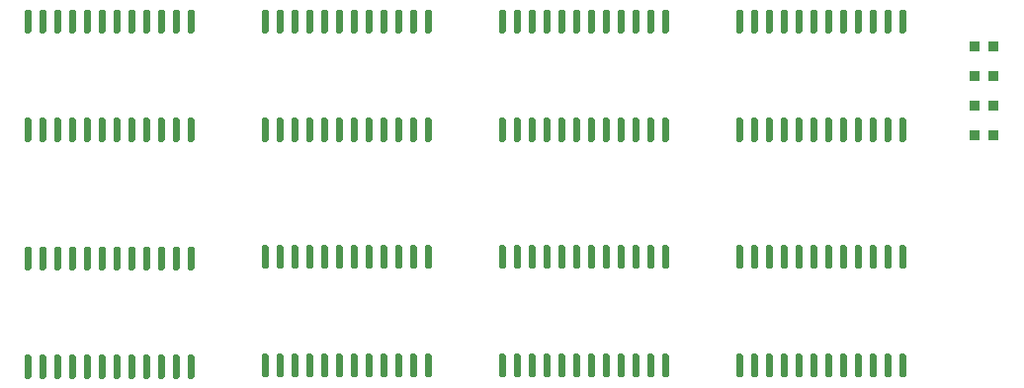
<source format=gbr>
G04 #@! TF.GenerationSoftware,KiCad,Pcbnew,(5.1.9)-1*
G04 #@! TF.CreationDate,2022-02-28T19:05:45+08:00*
G04 #@! TF.ProjectId,matrix_display16_32,6d617472-6978-45f6-9469-73706c617931,rev?*
G04 #@! TF.SameCoordinates,Original*
G04 #@! TF.FileFunction,Paste,Top*
G04 #@! TF.FilePolarity,Positive*
%FSLAX46Y46*%
G04 Gerber Fmt 4.6, Leading zero omitted, Abs format (unit mm)*
G04 Created by KiCad (PCBNEW (5.1.9)-1) date 2022-02-28 19:05:45*
%MOMM*%
%LPD*%
G01*
G04 APERTURE LIST*
%ADD10R,0.965000X0.920000*%
G04 APERTURE END LIST*
G36*
G01*
X179555000Y-100145000D02*
X179855000Y-100145000D01*
G75*
G02*
X180005000Y-100295000I0J-150000D01*
G01*
X180005000Y-102045000D01*
G75*
G02*
X179855000Y-102195000I-150000J0D01*
G01*
X179555000Y-102195000D01*
G75*
G02*
X179405000Y-102045000I0J150000D01*
G01*
X179405000Y-100295000D01*
G75*
G02*
X179555000Y-100145000I150000J0D01*
G01*
G37*
G36*
G01*
X178285000Y-100145000D02*
X178585000Y-100145000D01*
G75*
G02*
X178735000Y-100295000I0J-150000D01*
G01*
X178735000Y-102045000D01*
G75*
G02*
X178585000Y-102195000I-150000J0D01*
G01*
X178285000Y-102195000D01*
G75*
G02*
X178135000Y-102045000I0J150000D01*
G01*
X178135000Y-100295000D01*
G75*
G02*
X178285000Y-100145000I150000J0D01*
G01*
G37*
G36*
G01*
X177015000Y-100145000D02*
X177315000Y-100145000D01*
G75*
G02*
X177465000Y-100295000I0J-150000D01*
G01*
X177465000Y-102045000D01*
G75*
G02*
X177315000Y-102195000I-150000J0D01*
G01*
X177015000Y-102195000D01*
G75*
G02*
X176865000Y-102045000I0J150000D01*
G01*
X176865000Y-100295000D01*
G75*
G02*
X177015000Y-100145000I150000J0D01*
G01*
G37*
G36*
G01*
X175745000Y-100145000D02*
X176045000Y-100145000D01*
G75*
G02*
X176195000Y-100295000I0J-150000D01*
G01*
X176195000Y-102045000D01*
G75*
G02*
X176045000Y-102195000I-150000J0D01*
G01*
X175745000Y-102195000D01*
G75*
G02*
X175595000Y-102045000I0J150000D01*
G01*
X175595000Y-100295000D01*
G75*
G02*
X175745000Y-100145000I150000J0D01*
G01*
G37*
G36*
G01*
X174475000Y-100145000D02*
X174775000Y-100145000D01*
G75*
G02*
X174925000Y-100295000I0J-150000D01*
G01*
X174925000Y-102045000D01*
G75*
G02*
X174775000Y-102195000I-150000J0D01*
G01*
X174475000Y-102195000D01*
G75*
G02*
X174325000Y-102045000I0J150000D01*
G01*
X174325000Y-100295000D01*
G75*
G02*
X174475000Y-100145000I150000J0D01*
G01*
G37*
G36*
G01*
X173205000Y-100145000D02*
X173505000Y-100145000D01*
G75*
G02*
X173655000Y-100295000I0J-150000D01*
G01*
X173655000Y-102045000D01*
G75*
G02*
X173505000Y-102195000I-150000J0D01*
G01*
X173205000Y-102195000D01*
G75*
G02*
X173055000Y-102045000I0J150000D01*
G01*
X173055000Y-100295000D01*
G75*
G02*
X173205000Y-100145000I150000J0D01*
G01*
G37*
G36*
G01*
X171935000Y-100145000D02*
X172235000Y-100145000D01*
G75*
G02*
X172385000Y-100295000I0J-150000D01*
G01*
X172385000Y-102045000D01*
G75*
G02*
X172235000Y-102195000I-150000J0D01*
G01*
X171935000Y-102195000D01*
G75*
G02*
X171785000Y-102045000I0J150000D01*
G01*
X171785000Y-100295000D01*
G75*
G02*
X171935000Y-100145000I150000J0D01*
G01*
G37*
G36*
G01*
X170665000Y-100145000D02*
X170965000Y-100145000D01*
G75*
G02*
X171115000Y-100295000I0J-150000D01*
G01*
X171115000Y-102045000D01*
G75*
G02*
X170965000Y-102195000I-150000J0D01*
G01*
X170665000Y-102195000D01*
G75*
G02*
X170515000Y-102045000I0J150000D01*
G01*
X170515000Y-100295000D01*
G75*
G02*
X170665000Y-100145000I150000J0D01*
G01*
G37*
G36*
G01*
X169395000Y-100145000D02*
X169695000Y-100145000D01*
G75*
G02*
X169845000Y-100295000I0J-150000D01*
G01*
X169845000Y-102045000D01*
G75*
G02*
X169695000Y-102195000I-150000J0D01*
G01*
X169395000Y-102195000D01*
G75*
G02*
X169245000Y-102045000I0J150000D01*
G01*
X169245000Y-100295000D01*
G75*
G02*
X169395000Y-100145000I150000J0D01*
G01*
G37*
G36*
G01*
X168125000Y-100145000D02*
X168425000Y-100145000D01*
G75*
G02*
X168575000Y-100295000I0J-150000D01*
G01*
X168575000Y-102045000D01*
G75*
G02*
X168425000Y-102195000I-150000J0D01*
G01*
X168125000Y-102195000D01*
G75*
G02*
X167975000Y-102045000I0J150000D01*
G01*
X167975000Y-100295000D01*
G75*
G02*
X168125000Y-100145000I150000J0D01*
G01*
G37*
G36*
G01*
X166855000Y-100145000D02*
X167155000Y-100145000D01*
G75*
G02*
X167305000Y-100295000I0J-150000D01*
G01*
X167305000Y-102045000D01*
G75*
G02*
X167155000Y-102195000I-150000J0D01*
G01*
X166855000Y-102195000D01*
G75*
G02*
X166705000Y-102045000I0J150000D01*
G01*
X166705000Y-100295000D01*
G75*
G02*
X166855000Y-100145000I150000J0D01*
G01*
G37*
G36*
G01*
X165585000Y-100145000D02*
X165885000Y-100145000D01*
G75*
G02*
X166035000Y-100295000I0J-150000D01*
G01*
X166035000Y-102045000D01*
G75*
G02*
X165885000Y-102195000I-150000J0D01*
G01*
X165585000Y-102195000D01*
G75*
G02*
X165435000Y-102045000I0J150000D01*
G01*
X165435000Y-100295000D01*
G75*
G02*
X165585000Y-100145000I150000J0D01*
G01*
G37*
G36*
G01*
X165585000Y-90845000D02*
X165885000Y-90845000D01*
G75*
G02*
X166035000Y-90995000I0J-150000D01*
G01*
X166035000Y-92745000D01*
G75*
G02*
X165885000Y-92895000I-150000J0D01*
G01*
X165585000Y-92895000D01*
G75*
G02*
X165435000Y-92745000I0J150000D01*
G01*
X165435000Y-90995000D01*
G75*
G02*
X165585000Y-90845000I150000J0D01*
G01*
G37*
G36*
G01*
X166855000Y-90845000D02*
X167155000Y-90845000D01*
G75*
G02*
X167305000Y-90995000I0J-150000D01*
G01*
X167305000Y-92745000D01*
G75*
G02*
X167155000Y-92895000I-150000J0D01*
G01*
X166855000Y-92895000D01*
G75*
G02*
X166705000Y-92745000I0J150000D01*
G01*
X166705000Y-90995000D01*
G75*
G02*
X166855000Y-90845000I150000J0D01*
G01*
G37*
G36*
G01*
X168125000Y-90845000D02*
X168425000Y-90845000D01*
G75*
G02*
X168575000Y-90995000I0J-150000D01*
G01*
X168575000Y-92745000D01*
G75*
G02*
X168425000Y-92895000I-150000J0D01*
G01*
X168125000Y-92895000D01*
G75*
G02*
X167975000Y-92745000I0J150000D01*
G01*
X167975000Y-90995000D01*
G75*
G02*
X168125000Y-90845000I150000J0D01*
G01*
G37*
G36*
G01*
X169395000Y-90845000D02*
X169695000Y-90845000D01*
G75*
G02*
X169845000Y-90995000I0J-150000D01*
G01*
X169845000Y-92745000D01*
G75*
G02*
X169695000Y-92895000I-150000J0D01*
G01*
X169395000Y-92895000D01*
G75*
G02*
X169245000Y-92745000I0J150000D01*
G01*
X169245000Y-90995000D01*
G75*
G02*
X169395000Y-90845000I150000J0D01*
G01*
G37*
G36*
G01*
X170665000Y-90845000D02*
X170965000Y-90845000D01*
G75*
G02*
X171115000Y-90995000I0J-150000D01*
G01*
X171115000Y-92745000D01*
G75*
G02*
X170965000Y-92895000I-150000J0D01*
G01*
X170665000Y-92895000D01*
G75*
G02*
X170515000Y-92745000I0J150000D01*
G01*
X170515000Y-90995000D01*
G75*
G02*
X170665000Y-90845000I150000J0D01*
G01*
G37*
G36*
G01*
X171935000Y-90845000D02*
X172235000Y-90845000D01*
G75*
G02*
X172385000Y-90995000I0J-150000D01*
G01*
X172385000Y-92745000D01*
G75*
G02*
X172235000Y-92895000I-150000J0D01*
G01*
X171935000Y-92895000D01*
G75*
G02*
X171785000Y-92745000I0J150000D01*
G01*
X171785000Y-90995000D01*
G75*
G02*
X171935000Y-90845000I150000J0D01*
G01*
G37*
G36*
G01*
X173205000Y-90845000D02*
X173505000Y-90845000D01*
G75*
G02*
X173655000Y-90995000I0J-150000D01*
G01*
X173655000Y-92745000D01*
G75*
G02*
X173505000Y-92895000I-150000J0D01*
G01*
X173205000Y-92895000D01*
G75*
G02*
X173055000Y-92745000I0J150000D01*
G01*
X173055000Y-90995000D01*
G75*
G02*
X173205000Y-90845000I150000J0D01*
G01*
G37*
G36*
G01*
X174475000Y-90845000D02*
X174775000Y-90845000D01*
G75*
G02*
X174925000Y-90995000I0J-150000D01*
G01*
X174925000Y-92745000D01*
G75*
G02*
X174775000Y-92895000I-150000J0D01*
G01*
X174475000Y-92895000D01*
G75*
G02*
X174325000Y-92745000I0J150000D01*
G01*
X174325000Y-90995000D01*
G75*
G02*
X174475000Y-90845000I150000J0D01*
G01*
G37*
G36*
G01*
X175745000Y-90845000D02*
X176045000Y-90845000D01*
G75*
G02*
X176195000Y-90995000I0J-150000D01*
G01*
X176195000Y-92745000D01*
G75*
G02*
X176045000Y-92895000I-150000J0D01*
G01*
X175745000Y-92895000D01*
G75*
G02*
X175595000Y-92745000I0J150000D01*
G01*
X175595000Y-90995000D01*
G75*
G02*
X175745000Y-90845000I150000J0D01*
G01*
G37*
G36*
G01*
X177015000Y-90845000D02*
X177315000Y-90845000D01*
G75*
G02*
X177465000Y-90995000I0J-150000D01*
G01*
X177465000Y-92745000D01*
G75*
G02*
X177315000Y-92895000I-150000J0D01*
G01*
X177015000Y-92895000D01*
G75*
G02*
X176865000Y-92745000I0J150000D01*
G01*
X176865000Y-90995000D01*
G75*
G02*
X177015000Y-90845000I150000J0D01*
G01*
G37*
G36*
G01*
X178285000Y-90845000D02*
X178585000Y-90845000D01*
G75*
G02*
X178735000Y-90995000I0J-150000D01*
G01*
X178735000Y-92745000D01*
G75*
G02*
X178585000Y-92895000I-150000J0D01*
G01*
X178285000Y-92895000D01*
G75*
G02*
X178135000Y-92745000I0J150000D01*
G01*
X178135000Y-90995000D01*
G75*
G02*
X178285000Y-90845000I150000J0D01*
G01*
G37*
G36*
G01*
X179555000Y-90845000D02*
X179855000Y-90845000D01*
G75*
G02*
X180005000Y-90995000I0J-150000D01*
G01*
X180005000Y-92745000D01*
G75*
G02*
X179855000Y-92895000I-150000J0D01*
G01*
X179555000Y-92895000D01*
G75*
G02*
X179405000Y-92745000I0J150000D01*
G01*
X179405000Y-90995000D01*
G75*
G02*
X179555000Y-90845000I150000J0D01*
G01*
G37*
G36*
G01*
X159235000Y-120345000D02*
X159535000Y-120345000D01*
G75*
G02*
X159685000Y-120495000I0J-150000D01*
G01*
X159685000Y-122245000D01*
G75*
G02*
X159535000Y-122395000I-150000J0D01*
G01*
X159235000Y-122395000D01*
G75*
G02*
X159085000Y-122245000I0J150000D01*
G01*
X159085000Y-120495000D01*
G75*
G02*
X159235000Y-120345000I150000J0D01*
G01*
G37*
G36*
G01*
X157965000Y-120345000D02*
X158265000Y-120345000D01*
G75*
G02*
X158415000Y-120495000I0J-150000D01*
G01*
X158415000Y-122245000D01*
G75*
G02*
X158265000Y-122395000I-150000J0D01*
G01*
X157965000Y-122395000D01*
G75*
G02*
X157815000Y-122245000I0J150000D01*
G01*
X157815000Y-120495000D01*
G75*
G02*
X157965000Y-120345000I150000J0D01*
G01*
G37*
G36*
G01*
X156695000Y-120345000D02*
X156995000Y-120345000D01*
G75*
G02*
X157145000Y-120495000I0J-150000D01*
G01*
X157145000Y-122245000D01*
G75*
G02*
X156995000Y-122395000I-150000J0D01*
G01*
X156695000Y-122395000D01*
G75*
G02*
X156545000Y-122245000I0J150000D01*
G01*
X156545000Y-120495000D01*
G75*
G02*
X156695000Y-120345000I150000J0D01*
G01*
G37*
G36*
G01*
X155425000Y-120345000D02*
X155725000Y-120345000D01*
G75*
G02*
X155875000Y-120495000I0J-150000D01*
G01*
X155875000Y-122245000D01*
G75*
G02*
X155725000Y-122395000I-150000J0D01*
G01*
X155425000Y-122395000D01*
G75*
G02*
X155275000Y-122245000I0J150000D01*
G01*
X155275000Y-120495000D01*
G75*
G02*
X155425000Y-120345000I150000J0D01*
G01*
G37*
G36*
G01*
X154155000Y-120345000D02*
X154455000Y-120345000D01*
G75*
G02*
X154605000Y-120495000I0J-150000D01*
G01*
X154605000Y-122245000D01*
G75*
G02*
X154455000Y-122395000I-150000J0D01*
G01*
X154155000Y-122395000D01*
G75*
G02*
X154005000Y-122245000I0J150000D01*
G01*
X154005000Y-120495000D01*
G75*
G02*
X154155000Y-120345000I150000J0D01*
G01*
G37*
G36*
G01*
X152885000Y-120345000D02*
X153185000Y-120345000D01*
G75*
G02*
X153335000Y-120495000I0J-150000D01*
G01*
X153335000Y-122245000D01*
G75*
G02*
X153185000Y-122395000I-150000J0D01*
G01*
X152885000Y-122395000D01*
G75*
G02*
X152735000Y-122245000I0J150000D01*
G01*
X152735000Y-120495000D01*
G75*
G02*
X152885000Y-120345000I150000J0D01*
G01*
G37*
G36*
G01*
X151615000Y-120345000D02*
X151915000Y-120345000D01*
G75*
G02*
X152065000Y-120495000I0J-150000D01*
G01*
X152065000Y-122245000D01*
G75*
G02*
X151915000Y-122395000I-150000J0D01*
G01*
X151615000Y-122395000D01*
G75*
G02*
X151465000Y-122245000I0J150000D01*
G01*
X151465000Y-120495000D01*
G75*
G02*
X151615000Y-120345000I150000J0D01*
G01*
G37*
G36*
G01*
X150345000Y-120345000D02*
X150645000Y-120345000D01*
G75*
G02*
X150795000Y-120495000I0J-150000D01*
G01*
X150795000Y-122245000D01*
G75*
G02*
X150645000Y-122395000I-150000J0D01*
G01*
X150345000Y-122395000D01*
G75*
G02*
X150195000Y-122245000I0J150000D01*
G01*
X150195000Y-120495000D01*
G75*
G02*
X150345000Y-120345000I150000J0D01*
G01*
G37*
G36*
G01*
X149075000Y-120345000D02*
X149375000Y-120345000D01*
G75*
G02*
X149525000Y-120495000I0J-150000D01*
G01*
X149525000Y-122245000D01*
G75*
G02*
X149375000Y-122395000I-150000J0D01*
G01*
X149075000Y-122395000D01*
G75*
G02*
X148925000Y-122245000I0J150000D01*
G01*
X148925000Y-120495000D01*
G75*
G02*
X149075000Y-120345000I150000J0D01*
G01*
G37*
G36*
G01*
X147805000Y-120345000D02*
X148105000Y-120345000D01*
G75*
G02*
X148255000Y-120495000I0J-150000D01*
G01*
X148255000Y-122245000D01*
G75*
G02*
X148105000Y-122395000I-150000J0D01*
G01*
X147805000Y-122395000D01*
G75*
G02*
X147655000Y-122245000I0J150000D01*
G01*
X147655000Y-120495000D01*
G75*
G02*
X147805000Y-120345000I150000J0D01*
G01*
G37*
G36*
G01*
X146535000Y-120345000D02*
X146835000Y-120345000D01*
G75*
G02*
X146985000Y-120495000I0J-150000D01*
G01*
X146985000Y-122245000D01*
G75*
G02*
X146835000Y-122395000I-150000J0D01*
G01*
X146535000Y-122395000D01*
G75*
G02*
X146385000Y-122245000I0J150000D01*
G01*
X146385000Y-120495000D01*
G75*
G02*
X146535000Y-120345000I150000J0D01*
G01*
G37*
G36*
G01*
X145265000Y-120345000D02*
X145565000Y-120345000D01*
G75*
G02*
X145715000Y-120495000I0J-150000D01*
G01*
X145715000Y-122245000D01*
G75*
G02*
X145565000Y-122395000I-150000J0D01*
G01*
X145265000Y-122395000D01*
G75*
G02*
X145115000Y-122245000I0J150000D01*
G01*
X145115000Y-120495000D01*
G75*
G02*
X145265000Y-120345000I150000J0D01*
G01*
G37*
G36*
G01*
X145265000Y-111045000D02*
X145565000Y-111045000D01*
G75*
G02*
X145715000Y-111195000I0J-150000D01*
G01*
X145715000Y-112945000D01*
G75*
G02*
X145565000Y-113095000I-150000J0D01*
G01*
X145265000Y-113095000D01*
G75*
G02*
X145115000Y-112945000I0J150000D01*
G01*
X145115000Y-111195000D01*
G75*
G02*
X145265000Y-111045000I150000J0D01*
G01*
G37*
G36*
G01*
X146535000Y-111045000D02*
X146835000Y-111045000D01*
G75*
G02*
X146985000Y-111195000I0J-150000D01*
G01*
X146985000Y-112945000D01*
G75*
G02*
X146835000Y-113095000I-150000J0D01*
G01*
X146535000Y-113095000D01*
G75*
G02*
X146385000Y-112945000I0J150000D01*
G01*
X146385000Y-111195000D01*
G75*
G02*
X146535000Y-111045000I150000J0D01*
G01*
G37*
G36*
G01*
X147805000Y-111045000D02*
X148105000Y-111045000D01*
G75*
G02*
X148255000Y-111195000I0J-150000D01*
G01*
X148255000Y-112945000D01*
G75*
G02*
X148105000Y-113095000I-150000J0D01*
G01*
X147805000Y-113095000D01*
G75*
G02*
X147655000Y-112945000I0J150000D01*
G01*
X147655000Y-111195000D01*
G75*
G02*
X147805000Y-111045000I150000J0D01*
G01*
G37*
G36*
G01*
X149075000Y-111045000D02*
X149375000Y-111045000D01*
G75*
G02*
X149525000Y-111195000I0J-150000D01*
G01*
X149525000Y-112945000D01*
G75*
G02*
X149375000Y-113095000I-150000J0D01*
G01*
X149075000Y-113095000D01*
G75*
G02*
X148925000Y-112945000I0J150000D01*
G01*
X148925000Y-111195000D01*
G75*
G02*
X149075000Y-111045000I150000J0D01*
G01*
G37*
G36*
G01*
X150345000Y-111045000D02*
X150645000Y-111045000D01*
G75*
G02*
X150795000Y-111195000I0J-150000D01*
G01*
X150795000Y-112945000D01*
G75*
G02*
X150645000Y-113095000I-150000J0D01*
G01*
X150345000Y-113095000D01*
G75*
G02*
X150195000Y-112945000I0J150000D01*
G01*
X150195000Y-111195000D01*
G75*
G02*
X150345000Y-111045000I150000J0D01*
G01*
G37*
G36*
G01*
X151615000Y-111045000D02*
X151915000Y-111045000D01*
G75*
G02*
X152065000Y-111195000I0J-150000D01*
G01*
X152065000Y-112945000D01*
G75*
G02*
X151915000Y-113095000I-150000J0D01*
G01*
X151615000Y-113095000D01*
G75*
G02*
X151465000Y-112945000I0J150000D01*
G01*
X151465000Y-111195000D01*
G75*
G02*
X151615000Y-111045000I150000J0D01*
G01*
G37*
G36*
G01*
X152885000Y-111045000D02*
X153185000Y-111045000D01*
G75*
G02*
X153335000Y-111195000I0J-150000D01*
G01*
X153335000Y-112945000D01*
G75*
G02*
X153185000Y-113095000I-150000J0D01*
G01*
X152885000Y-113095000D01*
G75*
G02*
X152735000Y-112945000I0J150000D01*
G01*
X152735000Y-111195000D01*
G75*
G02*
X152885000Y-111045000I150000J0D01*
G01*
G37*
G36*
G01*
X154155000Y-111045000D02*
X154455000Y-111045000D01*
G75*
G02*
X154605000Y-111195000I0J-150000D01*
G01*
X154605000Y-112945000D01*
G75*
G02*
X154455000Y-113095000I-150000J0D01*
G01*
X154155000Y-113095000D01*
G75*
G02*
X154005000Y-112945000I0J150000D01*
G01*
X154005000Y-111195000D01*
G75*
G02*
X154155000Y-111045000I150000J0D01*
G01*
G37*
G36*
G01*
X155425000Y-111045000D02*
X155725000Y-111045000D01*
G75*
G02*
X155875000Y-111195000I0J-150000D01*
G01*
X155875000Y-112945000D01*
G75*
G02*
X155725000Y-113095000I-150000J0D01*
G01*
X155425000Y-113095000D01*
G75*
G02*
X155275000Y-112945000I0J150000D01*
G01*
X155275000Y-111195000D01*
G75*
G02*
X155425000Y-111045000I150000J0D01*
G01*
G37*
G36*
G01*
X156695000Y-111045000D02*
X156995000Y-111045000D01*
G75*
G02*
X157145000Y-111195000I0J-150000D01*
G01*
X157145000Y-112945000D01*
G75*
G02*
X156995000Y-113095000I-150000J0D01*
G01*
X156695000Y-113095000D01*
G75*
G02*
X156545000Y-112945000I0J150000D01*
G01*
X156545000Y-111195000D01*
G75*
G02*
X156695000Y-111045000I150000J0D01*
G01*
G37*
G36*
G01*
X157965000Y-111045000D02*
X158265000Y-111045000D01*
G75*
G02*
X158415000Y-111195000I0J-150000D01*
G01*
X158415000Y-112945000D01*
G75*
G02*
X158265000Y-113095000I-150000J0D01*
G01*
X157965000Y-113095000D01*
G75*
G02*
X157815000Y-112945000I0J150000D01*
G01*
X157815000Y-111195000D01*
G75*
G02*
X157965000Y-111045000I150000J0D01*
G01*
G37*
G36*
G01*
X159235000Y-111045000D02*
X159535000Y-111045000D01*
G75*
G02*
X159685000Y-111195000I0J-150000D01*
G01*
X159685000Y-112945000D01*
G75*
G02*
X159535000Y-113095000I-150000J0D01*
G01*
X159235000Y-113095000D01*
G75*
G02*
X159085000Y-112945000I0J150000D01*
G01*
X159085000Y-111195000D01*
G75*
G02*
X159235000Y-111045000I150000J0D01*
G01*
G37*
G36*
G01*
X179555000Y-120345000D02*
X179855000Y-120345000D01*
G75*
G02*
X180005000Y-120495000I0J-150000D01*
G01*
X180005000Y-122245000D01*
G75*
G02*
X179855000Y-122395000I-150000J0D01*
G01*
X179555000Y-122395000D01*
G75*
G02*
X179405000Y-122245000I0J150000D01*
G01*
X179405000Y-120495000D01*
G75*
G02*
X179555000Y-120345000I150000J0D01*
G01*
G37*
G36*
G01*
X178285000Y-120345000D02*
X178585000Y-120345000D01*
G75*
G02*
X178735000Y-120495000I0J-150000D01*
G01*
X178735000Y-122245000D01*
G75*
G02*
X178585000Y-122395000I-150000J0D01*
G01*
X178285000Y-122395000D01*
G75*
G02*
X178135000Y-122245000I0J150000D01*
G01*
X178135000Y-120495000D01*
G75*
G02*
X178285000Y-120345000I150000J0D01*
G01*
G37*
G36*
G01*
X177015000Y-120345000D02*
X177315000Y-120345000D01*
G75*
G02*
X177465000Y-120495000I0J-150000D01*
G01*
X177465000Y-122245000D01*
G75*
G02*
X177315000Y-122395000I-150000J0D01*
G01*
X177015000Y-122395000D01*
G75*
G02*
X176865000Y-122245000I0J150000D01*
G01*
X176865000Y-120495000D01*
G75*
G02*
X177015000Y-120345000I150000J0D01*
G01*
G37*
G36*
G01*
X175745000Y-120345000D02*
X176045000Y-120345000D01*
G75*
G02*
X176195000Y-120495000I0J-150000D01*
G01*
X176195000Y-122245000D01*
G75*
G02*
X176045000Y-122395000I-150000J0D01*
G01*
X175745000Y-122395000D01*
G75*
G02*
X175595000Y-122245000I0J150000D01*
G01*
X175595000Y-120495000D01*
G75*
G02*
X175745000Y-120345000I150000J0D01*
G01*
G37*
G36*
G01*
X174475000Y-120345000D02*
X174775000Y-120345000D01*
G75*
G02*
X174925000Y-120495000I0J-150000D01*
G01*
X174925000Y-122245000D01*
G75*
G02*
X174775000Y-122395000I-150000J0D01*
G01*
X174475000Y-122395000D01*
G75*
G02*
X174325000Y-122245000I0J150000D01*
G01*
X174325000Y-120495000D01*
G75*
G02*
X174475000Y-120345000I150000J0D01*
G01*
G37*
G36*
G01*
X173205000Y-120345000D02*
X173505000Y-120345000D01*
G75*
G02*
X173655000Y-120495000I0J-150000D01*
G01*
X173655000Y-122245000D01*
G75*
G02*
X173505000Y-122395000I-150000J0D01*
G01*
X173205000Y-122395000D01*
G75*
G02*
X173055000Y-122245000I0J150000D01*
G01*
X173055000Y-120495000D01*
G75*
G02*
X173205000Y-120345000I150000J0D01*
G01*
G37*
G36*
G01*
X171935000Y-120345000D02*
X172235000Y-120345000D01*
G75*
G02*
X172385000Y-120495000I0J-150000D01*
G01*
X172385000Y-122245000D01*
G75*
G02*
X172235000Y-122395000I-150000J0D01*
G01*
X171935000Y-122395000D01*
G75*
G02*
X171785000Y-122245000I0J150000D01*
G01*
X171785000Y-120495000D01*
G75*
G02*
X171935000Y-120345000I150000J0D01*
G01*
G37*
G36*
G01*
X170665000Y-120345000D02*
X170965000Y-120345000D01*
G75*
G02*
X171115000Y-120495000I0J-150000D01*
G01*
X171115000Y-122245000D01*
G75*
G02*
X170965000Y-122395000I-150000J0D01*
G01*
X170665000Y-122395000D01*
G75*
G02*
X170515000Y-122245000I0J150000D01*
G01*
X170515000Y-120495000D01*
G75*
G02*
X170665000Y-120345000I150000J0D01*
G01*
G37*
G36*
G01*
X169395000Y-120345000D02*
X169695000Y-120345000D01*
G75*
G02*
X169845000Y-120495000I0J-150000D01*
G01*
X169845000Y-122245000D01*
G75*
G02*
X169695000Y-122395000I-150000J0D01*
G01*
X169395000Y-122395000D01*
G75*
G02*
X169245000Y-122245000I0J150000D01*
G01*
X169245000Y-120495000D01*
G75*
G02*
X169395000Y-120345000I150000J0D01*
G01*
G37*
G36*
G01*
X168125000Y-120345000D02*
X168425000Y-120345000D01*
G75*
G02*
X168575000Y-120495000I0J-150000D01*
G01*
X168575000Y-122245000D01*
G75*
G02*
X168425000Y-122395000I-150000J0D01*
G01*
X168125000Y-122395000D01*
G75*
G02*
X167975000Y-122245000I0J150000D01*
G01*
X167975000Y-120495000D01*
G75*
G02*
X168125000Y-120345000I150000J0D01*
G01*
G37*
G36*
G01*
X166855000Y-120345000D02*
X167155000Y-120345000D01*
G75*
G02*
X167305000Y-120495000I0J-150000D01*
G01*
X167305000Y-122245000D01*
G75*
G02*
X167155000Y-122395000I-150000J0D01*
G01*
X166855000Y-122395000D01*
G75*
G02*
X166705000Y-122245000I0J150000D01*
G01*
X166705000Y-120495000D01*
G75*
G02*
X166855000Y-120345000I150000J0D01*
G01*
G37*
G36*
G01*
X165585000Y-120345000D02*
X165885000Y-120345000D01*
G75*
G02*
X166035000Y-120495000I0J-150000D01*
G01*
X166035000Y-122245000D01*
G75*
G02*
X165885000Y-122395000I-150000J0D01*
G01*
X165585000Y-122395000D01*
G75*
G02*
X165435000Y-122245000I0J150000D01*
G01*
X165435000Y-120495000D01*
G75*
G02*
X165585000Y-120345000I150000J0D01*
G01*
G37*
G36*
G01*
X165585000Y-111045000D02*
X165885000Y-111045000D01*
G75*
G02*
X166035000Y-111195000I0J-150000D01*
G01*
X166035000Y-112945000D01*
G75*
G02*
X165885000Y-113095000I-150000J0D01*
G01*
X165585000Y-113095000D01*
G75*
G02*
X165435000Y-112945000I0J150000D01*
G01*
X165435000Y-111195000D01*
G75*
G02*
X165585000Y-111045000I150000J0D01*
G01*
G37*
G36*
G01*
X166855000Y-111045000D02*
X167155000Y-111045000D01*
G75*
G02*
X167305000Y-111195000I0J-150000D01*
G01*
X167305000Y-112945000D01*
G75*
G02*
X167155000Y-113095000I-150000J0D01*
G01*
X166855000Y-113095000D01*
G75*
G02*
X166705000Y-112945000I0J150000D01*
G01*
X166705000Y-111195000D01*
G75*
G02*
X166855000Y-111045000I150000J0D01*
G01*
G37*
G36*
G01*
X168125000Y-111045000D02*
X168425000Y-111045000D01*
G75*
G02*
X168575000Y-111195000I0J-150000D01*
G01*
X168575000Y-112945000D01*
G75*
G02*
X168425000Y-113095000I-150000J0D01*
G01*
X168125000Y-113095000D01*
G75*
G02*
X167975000Y-112945000I0J150000D01*
G01*
X167975000Y-111195000D01*
G75*
G02*
X168125000Y-111045000I150000J0D01*
G01*
G37*
G36*
G01*
X169395000Y-111045000D02*
X169695000Y-111045000D01*
G75*
G02*
X169845000Y-111195000I0J-150000D01*
G01*
X169845000Y-112945000D01*
G75*
G02*
X169695000Y-113095000I-150000J0D01*
G01*
X169395000Y-113095000D01*
G75*
G02*
X169245000Y-112945000I0J150000D01*
G01*
X169245000Y-111195000D01*
G75*
G02*
X169395000Y-111045000I150000J0D01*
G01*
G37*
G36*
G01*
X170665000Y-111045000D02*
X170965000Y-111045000D01*
G75*
G02*
X171115000Y-111195000I0J-150000D01*
G01*
X171115000Y-112945000D01*
G75*
G02*
X170965000Y-113095000I-150000J0D01*
G01*
X170665000Y-113095000D01*
G75*
G02*
X170515000Y-112945000I0J150000D01*
G01*
X170515000Y-111195000D01*
G75*
G02*
X170665000Y-111045000I150000J0D01*
G01*
G37*
G36*
G01*
X171935000Y-111045000D02*
X172235000Y-111045000D01*
G75*
G02*
X172385000Y-111195000I0J-150000D01*
G01*
X172385000Y-112945000D01*
G75*
G02*
X172235000Y-113095000I-150000J0D01*
G01*
X171935000Y-113095000D01*
G75*
G02*
X171785000Y-112945000I0J150000D01*
G01*
X171785000Y-111195000D01*
G75*
G02*
X171935000Y-111045000I150000J0D01*
G01*
G37*
G36*
G01*
X173205000Y-111045000D02*
X173505000Y-111045000D01*
G75*
G02*
X173655000Y-111195000I0J-150000D01*
G01*
X173655000Y-112945000D01*
G75*
G02*
X173505000Y-113095000I-150000J0D01*
G01*
X173205000Y-113095000D01*
G75*
G02*
X173055000Y-112945000I0J150000D01*
G01*
X173055000Y-111195000D01*
G75*
G02*
X173205000Y-111045000I150000J0D01*
G01*
G37*
G36*
G01*
X174475000Y-111045000D02*
X174775000Y-111045000D01*
G75*
G02*
X174925000Y-111195000I0J-150000D01*
G01*
X174925000Y-112945000D01*
G75*
G02*
X174775000Y-113095000I-150000J0D01*
G01*
X174475000Y-113095000D01*
G75*
G02*
X174325000Y-112945000I0J150000D01*
G01*
X174325000Y-111195000D01*
G75*
G02*
X174475000Y-111045000I150000J0D01*
G01*
G37*
G36*
G01*
X175745000Y-111045000D02*
X176045000Y-111045000D01*
G75*
G02*
X176195000Y-111195000I0J-150000D01*
G01*
X176195000Y-112945000D01*
G75*
G02*
X176045000Y-113095000I-150000J0D01*
G01*
X175745000Y-113095000D01*
G75*
G02*
X175595000Y-112945000I0J150000D01*
G01*
X175595000Y-111195000D01*
G75*
G02*
X175745000Y-111045000I150000J0D01*
G01*
G37*
G36*
G01*
X177015000Y-111045000D02*
X177315000Y-111045000D01*
G75*
G02*
X177465000Y-111195000I0J-150000D01*
G01*
X177465000Y-112945000D01*
G75*
G02*
X177315000Y-113095000I-150000J0D01*
G01*
X177015000Y-113095000D01*
G75*
G02*
X176865000Y-112945000I0J150000D01*
G01*
X176865000Y-111195000D01*
G75*
G02*
X177015000Y-111045000I150000J0D01*
G01*
G37*
G36*
G01*
X178285000Y-111045000D02*
X178585000Y-111045000D01*
G75*
G02*
X178735000Y-111195000I0J-150000D01*
G01*
X178735000Y-112945000D01*
G75*
G02*
X178585000Y-113095000I-150000J0D01*
G01*
X178285000Y-113095000D01*
G75*
G02*
X178135000Y-112945000I0J150000D01*
G01*
X178135000Y-111195000D01*
G75*
G02*
X178285000Y-111045000I150000J0D01*
G01*
G37*
G36*
G01*
X179555000Y-111045000D02*
X179855000Y-111045000D01*
G75*
G02*
X180005000Y-111195000I0J-150000D01*
G01*
X180005000Y-112945000D01*
G75*
G02*
X179855000Y-113095000I-150000J0D01*
G01*
X179555000Y-113095000D01*
G75*
G02*
X179405000Y-112945000I0J150000D01*
G01*
X179405000Y-111195000D01*
G75*
G02*
X179555000Y-111045000I150000J0D01*
G01*
G37*
G36*
G01*
X138915000Y-120345000D02*
X139215000Y-120345000D01*
G75*
G02*
X139365000Y-120495000I0J-150000D01*
G01*
X139365000Y-122245000D01*
G75*
G02*
X139215000Y-122395000I-150000J0D01*
G01*
X138915000Y-122395000D01*
G75*
G02*
X138765000Y-122245000I0J150000D01*
G01*
X138765000Y-120495000D01*
G75*
G02*
X138915000Y-120345000I150000J0D01*
G01*
G37*
G36*
G01*
X137645000Y-120345000D02*
X137945000Y-120345000D01*
G75*
G02*
X138095000Y-120495000I0J-150000D01*
G01*
X138095000Y-122245000D01*
G75*
G02*
X137945000Y-122395000I-150000J0D01*
G01*
X137645000Y-122395000D01*
G75*
G02*
X137495000Y-122245000I0J150000D01*
G01*
X137495000Y-120495000D01*
G75*
G02*
X137645000Y-120345000I150000J0D01*
G01*
G37*
G36*
G01*
X136375000Y-120345000D02*
X136675000Y-120345000D01*
G75*
G02*
X136825000Y-120495000I0J-150000D01*
G01*
X136825000Y-122245000D01*
G75*
G02*
X136675000Y-122395000I-150000J0D01*
G01*
X136375000Y-122395000D01*
G75*
G02*
X136225000Y-122245000I0J150000D01*
G01*
X136225000Y-120495000D01*
G75*
G02*
X136375000Y-120345000I150000J0D01*
G01*
G37*
G36*
G01*
X135105000Y-120345000D02*
X135405000Y-120345000D01*
G75*
G02*
X135555000Y-120495000I0J-150000D01*
G01*
X135555000Y-122245000D01*
G75*
G02*
X135405000Y-122395000I-150000J0D01*
G01*
X135105000Y-122395000D01*
G75*
G02*
X134955000Y-122245000I0J150000D01*
G01*
X134955000Y-120495000D01*
G75*
G02*
X135105000Y-120345000I150000J0D01*
G01*
G37*
G36*
G01*
X133835000Y-120345000D02*
X134135000Y-120345000D01*
G75*
G02*
X134285000Y-120495000I0J-150000D01*
G01*
X134285000Y-122245000D01*
G75*
G02*
X134135000Y-122395000I-150000J0D01*
G01*
X133835000Y-122395000D01*
G75*
G02*
X133685000Y-122245000I0J150000D01*
G01*
X133685000Y-120495000D01*
G75*
G02*
X133835000Y-120345000I150000J0D01*
G01*
G37*
G36*
G01*
X132565000Y-120345000D02*
X132865000Y-120345000D01*
G75*
G02*
X133015000Y-120495000I0J-150000D01*
G01*
X133015000Y-122245000D01*
G75*
G02*
X132865000Y-122395000I-150000J0D01*
G01*
X132565000Y-122395000D01*
G75*
G02*
X132415000Y-122245000I0J150000D01*
G01*
X132415000Y-120495000D01*
G75*
G02*
X132565000Y-120345000I150000J0D01*
G01*
G37*
G36*
G01*
X131295000Y-120345000D02*
X131595000Y-120345000D01*
G75*
G02*
X131745000Y-120495000I0J-150000D01*
G01*
X131745000Y-122245000D01*
G75*
G02*
X131595000Y-122395000I-150000J0D01*
G01*
X131295000Y-122395000D01*
G75*
G02*
X131145000Y-122245000I0J150000D01*
G01*
X131145000Y-120495000D01*
G75*
G02*
X131295000Y-120345000I150000J0D01*
G01*
G37*
G36*
G01*
X130025000Y-120345000D02*
X130325000Y-120345000D01*
G75*
G02*
X130475000Y-120495000I0J-150000D01*
G01*
X130475000Y-122245000D01*
G75*
G02*
X130325000Y-122395000I-150000J0D01*
G01*
X130025000Y-122395000D01*
G75*
G02*
X129875000Y-122245000I0J150000D01*
G01*
X129875000Y-120495000D01*
G75*
G02*
X130025000Y-120345000I150000J0D01*
G01*
G37*
G36*
G01*
X128755000Y-120345000D02*
X129055000Y-120345000D01*
G75*
G02*
X129205000Y-120495000I0J-150000D01*
G01*
X129205000Y-122245000D01*
G75*
G02*
X129055000Y-122395000I-150000J0D01*
G01*
X128755000Y-122395000D01*
G75*
G02*
X128605000Y-122245000I0J150000D01*
G01*
X128605000Y-120495000D01*
G75*
G02*
X128755000Y-120345000I150000J0D01*
G01*
G37*
G36*
G01*
X127485000Y-120345000D02*
X127785000Y-120345000D01*
G75*
G02*
X127935000Y-120495000I0J-150000D01*
G01*
X127935000Y-122245000D01*
G75*
G02*
X127785000Y-122395000I-150000J0D01*
G01*
X127485000Y-122395000D01*
G75*
G02*
X127335000Y-122245000I0J150000D01*
G01*
X127335000Y-120495000D01*
G75*
G02*
X127485000Y-120345000I150000J0D01*
G01*
G37*
G36*
G01*
X126215000Y-120345000D02*
X126515000Y-120345000D01*
G75*
G02*
X126665000Y-120495000I0J-150000D01*
G01*
X126665000Y-122245000D01*
G75*
G02*
X126515000Y-122395000I-150000J0D01*
G01*
X126215000Y-122395000D01*
G75*
G02*
X126065000Y-122245000I0J150000D01*
G01*
X126065000Y-120495000D01*
G75*
G02*
X126215000Y-120345000I150000J0D01*
G01*
G37*
G36*
G01*
X124945000Y-120345000D02*
X125245000Y-120345000D01*
G75*
G02*
X125395000Y-120495000I0J-150000D01*
G01*
X125395000Y-122245000D01*
G75*
G02*
X125245000Y-122395000I-150000J0D01*
G01*
X124945000Y-122395000D01*
G75*
G02*
X124795000Y-122245000I0J150000D01*
G01*
X124795000Y-120495000D01*
G75*
G02*
X124945000Y-120345000I150000J0D01*
G01*
G37*
G36*
G01*
X124945000Y-111045000D02*
X125245000Y-111045000D01*
G75*
G02*
X125395000Y-111195000I0J-150000D01*
G01*
X125395000Y-112945000D01*
G75*
G02*
X125245000Y-113095000I-150000J0D01*
G01*
X124945000Y-113095000D01*
G75*
G02*
X124795000Y-112945000I0J150000D01*
G01*
X124795000Y-111195000D01*
G75*
G02*
X124945000Y-111045000I150000J0D01*
G01*
G37*
G36*
G01*
X126215000Y-111045000D02*
X126515000Y-111045000D01*
G75*
G02*
X126665000Y-111195000I0J-150000D01*
G01*
X126665000Y-112945000D01*
G75*
G02*
X126515000Y-113095000I-150000J0D01*
G01*
X126215000Y-113095000D01*
G75*
G02*
X126065000Y-112945000I0J150000D01*
G01*
X126065000Y-111195000D01*
G75*
G02*
X126215000Y-111045000I150000J0D01*
G01*
G37*
G36*
G01*
X127485000Y-111045000D02*
X127785000Y-111045000D01*
G75*
G02*
X127935000Y-111195000I0J-150000D01*
G01*
X127935000Y-112945000D01*
G75*
G02*
X127785000Y-113095000I-150000J0D01*
G01*
X127485000Y-113095000D01*
G75*
G02*
X127335000Y-112945000I0J150000D01*
G01*
X127335000Y-111195000D01*
G75*
G02*
X127485000Y-111045000I150000J0D01*
G01*
G37*
G36*
G01*
X128755000Y-111045000D02*
X129055000Y-111045000D01*
G75*
G02*
X129205000Y-111195000I0J-150000D01*
G01*
X129205000Y-112945000D01*
G75*
G02*
X129055000Y-113095000I-150000J0D01*
G01*
X128755000Y-113095000D01*
G75*
G02*
X128605000Y-112945000I0J150000D01*
G01*
X128605000Y-111195000D01*
G75*
G02*
X128755000Y-111045000I150000J0D01*
G01*
G37*
G36*
G01*
X130025000Y-111045000D02*
X130325000Y-111045000D01*
G75*
G02*
X130475000Y-111195000I0J-150000D01*
G01*
X130475000Y-112945000D01*
G75*
G02*
X130325000Y-113095000I-150000J0D01*
G01*
X130025000Y-113095000D01*
G75*
G02*
X129875000Y-112945000I0J150000D01*
G01*
X129875000Y-111195000D01*
G75*
G02*
X130025000Y-111045000I150000J0D01*
G01*
G37*
G36*
G01*
X131295000Y-111045000D02*
X131595000Y-111045000D01*
G75*
G02*
X131745000Y-111195000I0J-150000D01*
G01*
X131745000Y-112945000D01*
G75*
G02*
X131595000Y-113095000I-150000J0D01*
G01*
X131295000Y-113095000D01*
G75*
G02*
X131145000Y-112945000I0J150000D01*
G01*
X131145000Y-111195000D01*
G75*
G02*
X131295000Y-111045000I150000J0D01*
G01*
G37*
G36*
G01*
X132565000Y-111045000D02*
X132865000Y-111045000D01*
G75*
G02*
X133015000Y-111195000I0J-150000D01*
G01*
X133015000Y-112945000D01*
G75*
G02*
X132865000Y-113095000I-150000J0D01*
G01*
X132565000Y-113095000D01*
G75*
G02*
X132415000Y-112945000I0J150000D01*
G01*
X132415000Y-111195000D01*
G75*
G02*
X132565000Y-111045000I150000J0D01*
G01*
G37*
G36*
G01*
X133835000Y-111045000D02*
X134135000Y-111045000D01*
G75*
G02*
X134285000Y-111195000I0J-150000D01*
G01*
X134285000Y-112945000D01*
G75*
G02*
X134135000Y-113095000I-150000J0D01*
G01*
X133835000Y-113095000D01*
G75*
G02*
X133685000Y-112945000I0J150000D01*
G01*
X133685000Y-111195000D01*
G75*
G02*
X133835000Y-111045000I150000J0D01*
G01*
G37*
G36*
G01*
X135105000Y-111045000D02*
X135405000Y-111045000D01*
G75*
G02*
X135555000Y-111195000I0J-150000D01*
G01*
X135555000Y-112945000D01*
G75*
G02*
X135405000Y-113095000I-150000J0D01*
G01*
X135105000Y-113095000D01*
G75*
G02*
X134955000Y-112945000I0J150000D01*
G01*
X134955000Y-111195000D01*
G75*
G02*
X135105000Y-111045000I150000J0D01*
G01*
G37*
G36*
G01*
X136375000Y-111045000D02*
X136675000Y-111045000D01*
G75*
G02*
X136825000Y-111195000I0J-150000D01*
G01*
X136825000Y-112945000D01*
G75*
G02*
X136675000Y-113095000I-150000J0D01*
G01*
X136375000Y-113095000D01*
G75*
G02*
X136225000Y-112945000I0J150000D01*
G01*
X136225000Y-111195000D01*
G75*
G02*
X136375000Y-111045000I150000J0D01*
G01*
G37*
G36*
G01*
X137645000Y-111045000D02*
X137945000Y-111045000D01*
G75*
G02*
X138095000Y-111195000I0J-150000D01*
G01*
X138095000Y-112945000D01*
G75*
G02*
X137945000Y-113095000I-150000J0D01*
G01*
X137645000Y-113095000D01*
G75*
G02*
X137495000Y-112945000I0J150000D01*
G01*
X137495000Y-111195000D01*
G75*
G02*
X137645000Y-111045000I150000J0D01*
G01*
G37*
G36*
G01*
X138915000Y-111045000D02*
X139215000Y-111045000D01*
G75*
G02*
X139365000Y-111195000I0J-150000D01*
G01*
X139365000Y-112945000D01*
G75*
G02*
X139215000Y-113095000I-150000J0D01*
G01*
X138915000Y-113095000D01*
G75*
G02*
X138765000Y-112945000I0J150000D01*
G01*
X138765000Y-111195000D01*
G75*
G02*
X138915000Y-111045000I150000J0D01*
G01*
G37*
G36*
G01*
X118595000Y-120465000D02*
X118895000Y-120465000D01*
G75*
G02*
X119045000Y-120615000I0J-150000D01*
G01*
X119045000Y-122365000D01*
G75*
G02*
X118895000Y-122515000I-150000J0D01*
G01*
X118595000Y-122515000D01*
G75*
G02*
X118445000Y-122365000I0J150000D01*
G01*
X118445000Y-120615000D01*
G75*
G02*
X118595000Y-120465000I150000J0D01*
G01*
G37*
G36*
G01*
X117325000Y-120465000D02*
X117625000Y-120465000D01*
G75*
G02*
X117775000Y-120615000I0J-150000D01*
G01*
X117775000Y-122365000D01*
G75*
G02*
X117625000Y-122515000I-150000J0D01*
G01*
X117325000Y-122515000D01*
G75*
G02*
X117175000Y-122365000I0J150000D01*
G01*
X117175000Y-120615000D01*
G75*
G02*
X117325000Y-120465000I150000J0D01*
G01*
G37*
G36*
G01*
X116055000Y-120465000D02*
X116355000Y-120465000D01*
G75*
G02*
X116505000Y-120615000I0J-150000D01*
G01*
X116505000Y-122365000D01*
G75*
G02*
X116355000Y-122515000I-150000J0D01*
G01*
X116055000Y-122515000D01*
G75*
G02*
X115905000Y-122365000I0J150000D01*
G01*
X115905000Y-120615000D01*
G75*
G02*
X116055000Y-120465000I150000J0D01*
G01*
G37*
G36*
G01*
X114785000Y-120465000D02*
X115085000Y-120465000D01*
G75*
G02*
X115235000Y-120615000I0J-150000D01*
G01*
X115235000Y-122365000D01*
G75*
G02*
X115085000Y-122515000I-150000J0D01*
G01*
X114785000Y-122515000D01*
G75*
G02*
X114635000Y-122365000I0J150000D01*
G01*
X114635000Y-120615000D01*
G75*
G02*
X114785000Y-120465000I150000J0D01*
G01*
G37*
G36*
G01*
X113515000Y-120465000D02*
X113815000Y-120465000D01*
G75*
G02*
X113965000Y-120615000I0J-150000D01*
G01*
X113965000Y-122365000D01*
G75*
G02*
X113815000Y-122515000I-150000J0D01*
G01*
X113515000Y-122515000D01*
G75*
G02*
X113365000Y-122365000I0J150000D01*
G01*
X113365000Y-120615000D01*
G75*
G02*
X113515000Y-120465000I150000J0D01*
G01*
G37*
G36*
G01*
X112245000Y-120465000D02*
X112545000Y-120465000D01*
G75*
G02*
X112695000Y-120615000I0J-150000D01*
G01*
X112695000Y-122365000D01*
G75*
G02*
X112545000Y-122515000I-150000J0D01*
G01*
X112245000Y-122515000D01*
G75*
G02*
X112095000Y-122365000I0J150000D01*
G01*
X112095000Y-120615000D01*
G75*
G02*
X112245000Y-120465000I150000J0D01*
G01*
G37*
G36*
G01*
X110975000Y-120465000D02*
X111275000Y-120465000D01*
G75*
G02*
X111425000Y-120615000I0J-150000D01*
G01*
X111425000Y-122365000D01*
G75*
G02*
X111275000Y-122515000I-150000J0D01*
G01*
X110975000Y-122515000D01*
G75*
G02*
X110825000Y-122365000I0J150000D01*
G01*
X110825000Y-120615000D01*
G75*
G02*
X110975000Y-120465000I150000J0D01*
G01*
G37*
G36*
G01*
X109705000Y-120465000D02*
X110005000Y-120465000D01*
G75*
G02*
X110155000Y-120615000I0J-150000D01*
G01*
X110155000Y-122365000D01*
G75*
G02*
X110005000Y-122515000I-150000J0D01*
G01*
X109705000Y-122515000D01*
G75*
G02*
X109555000Y-122365000I0J150000D01*
G01*
X109555000Y-120615000D01*
G75*
G02*
X109705000Y-120465000I150000J0D01*
G01*
G37*
G36*
G01*
X108435000Y-120465000D02*
X108735000Y-120465000D01*
G75*
G02*
X108885000Y-120615000I0J-150000D01*
G01*
X108885000Y-122365000D01*
G75*
G02*
X108735000Y-122515000I-150000J0D01*
G01*
X108435000Y-122515000D01*
G75*
G02*
X108285000Y-122365000I0J150000D01*
G01*
X108285000Y-120615000D01*
G75*
G02*
X108435000Y-120465000I150000J0D01*
G01*
G37*
G36*
G01*
X107165000Y-120465000D02*
X107465000Y-120465000D01*
G75*
G02*
X107615000Y-120615000I0J-150000D01*
G01*
X107615000Y-122365000D01*
G75*
G02*
X107465000Y-122515000I-150000J0D01*
G01*
X107165000Y-122515000D01*
G75*
G02*
X107015000Y-122365000I0J150000D01*
G01*
X107015000Y-120615000D01*
G75*
G02*
X107165000Y-120465000I150000J0D01*
G01*
G37*
G36*
G01*
X105895000Y-120465000D02*
X106195000Y-120465000D01*
G75*
G02*
X106345000Y-120615000I0J-150000D01*
G01*
X106345000Y-122365000D01*
G75*
G02*
X106195000Y-122515000I-150000J0D01*
G01*
X105895000Y-122515000D01*
G75*
G02*
X105745000Y-122365000I0J150000D01*
G01*
X105745000Y-120615000D01*
G75*
G02*
X105895000Y-120465000I150000J0D01*
G01*
G37*
G36*
G01*
X104625000Y-120465000D02*
X104925000Y-120465000D01*
G75*
G02*
X105075000Y-120615000I0J-150000D01*
G01*
X105075000Y-122365000D01*
G75*
G02*
X104925000Y-122515000I-150000J0D01*
G01*
X104625000Y-122515000D01*
G75*
G02*
X104475000Y-122365000I0J150000D01*
G01*
X104475000Y-120615000D01*
G75*
G02*
X104625000Y-120465000I150000J0D01*
G01*
G37*
G36*
G01*
X104625000Y-111165000D02*
X104925000Y-111165000D01*
G75*
G02*
X105075000Y-111315000I0J-150000D01*
G01*
X105075000Y-113065000D01*
G75*
G02*
X104925000Y-113215000I-150000J0D01*
G01*
X104625000Y-113215000D01*
G75*
G02*
X104475000Y-113065000I0J150000D01*
G01*
X104475000Y-111315000D01*
G75*
G02*
X104625000Y-111165000I150000J0D01*
G01*
G37*
G36*
G01*
X105895000Y-111165000D02*
X106195000Y-111165000D01*
G75*
G02*
X106345000Y-111315000I0J-150000D01*
G01*
X106345000Y-113065000D01*
G75*
G02*
X106195000Y-113215000I-150000J0D01*
G01*
X105895000Y-113215000D01*
G75*
G02*
X105745000Y-113065000I0J150000D01*
G01*
X105745000Y-111315000D01*
G75*
G02*
X105895000Y-111165000I150000J0D01*
G01*
G37*
G36*
G01*
X107165000Y-111165000D02*
X107465000Y-111165000D01*
G75*
G02*
X107615000Y-111315000I0J-150000D01*
G01*
X107615000Y-113065000D01*
G75*
G02*
X107465000Y-113215000I-150000J0D01*
G01*
X107165000Y-113215000D01*
G75*
G02*
X107015000Y-113065000I0J150000D01*
G01*
X107015000Y-111315000D01*
G75*
G02*
X107165000Y-111165000I150000J0D01*
G01*
G37*
G36*
G01*
X108435000Y-111165000D02*
X108735000Y-111165000D01*
G75*
G02*
X108885000Y-111315000I0J-150000D01*
G01*
X108885000Y-113065000D01*
G75*
G02*
X108735000Y-113215000I-150000J0D01*
G01*
X108435000Y-113215000D01*
G75*
G02*
X108285000Y-113065000I0J150000D01*
G01*
X108285000Y-111315000D01*
G75*
G02*
X108435000Y-111165000I150000J0D01*
G01*
G37*
G36*
G01*
X109705000Y-111165000D02*
X110005000Y-111165000D01*
G75*
G02*
X110155000Y-111315000I0J-150000D01*
G01*
X110155000Y-113065000D01*
G75*
G02*
X110005000Y-113215000I-150000J0D01*
G01*
X109705000Y-113215000D01*
G75*
G02*
X109555000Y-113065000I0J150000D01*
G01*
X109555000Y-111315000D01*
G75*
G02*
X109705000Y-111165000I150000J0D01*
G01*
G37*
G36*
G01*
X110975000Y-111165000D02*
X111275000Y-111165000D01*
G75*
G02*
X111425000Y-111315000I0J-150000D01*
G01*
X111425000Y-113065000D01*
G75*
G02*
X111275000Y-113215000I-150000J0D01*
G01*
X110975000Y-113215000D01*
G75*
G02*
X110825000Y-113065000I0J150000D01*
G01*
X110825000Y-111315000D01*
G75*
G02*
X110975000Y-111165000I150000J0D01*
G01*
G37*
G36*
G01*
X112245000Y-111165000D02*
X112545000Y-111165000D01*
G75*
G02*
X112695000Y-111315000I0J-150000D01*
G01*
X112695000Y-113065000D01*
G75*
G02*
X112545000Y-113215000I-150000J0D01*
G01*
X112245000Y-113215000D01*
G75*
G02*
X112095000Y-113065000I0J150000D01*
G01*
X112095000Y-111315000D01*
G75*
G02*
X112245000Y-111165000I150000J0D01*
G01*
G37*
G36*
G01*
X113515000Y-111165000D02*
X113815000Y-111165000D01*
G75*
G02*
X113965000Y-111315000I0J-150000D01*
G01*
X113965000Y-113065000D01*
G75*
G02*
X113815000Y-113215000I-150000J0D01*
G01*
X113515000Y-113215000D01*
G75*
G02*
X113365000Y-113065000I0J150000D01*
G01*
X113365000Y-111315000D01*
G75*
G02*
X113515000Y-111165000I150000J0D01*
G01*
G37*
G36*
G01*
X114785000Y-111165000D02*
X115085000Y-111165000D01*
G75*
G02*
X115235000Y-111315000I0J-150000D01*
G01*
X115235000Y-113065000D01*
G75*
G02*
X115085000Y-113215000I-150000J0D01*
G01*
X114785000Y-113215000D01*
G75*
G02*
X114635000Y-113065000I0J150000D01*
G01*
X114635000Y-111315000D01*
G75*
G02*
X114785000Y-111165000I150000J0D01*
G01*
G37*
G36*
G01*
X116055000Y-111165000D02*
X116355000Y-111165000D01*
G75*
G02*
X116505000Y-111315000I0J-150000D01*
G01*
X116505000Y-113065000D01*
G75*
G02*
X116355000Y-113215000I-150000J0D01*
G01*
X116055000Y-113215000D01*
G75*
G02*
X115905000Y-113065000I0J150000D01*
G01*
X115905000Y-111315000D01*
G75*
G02*
X116055000Y-111165000I150000J0D01*
G01*
G37*
G36*
G01*
X117325000Y-111165000D02*
X117625000Y-111165000D01*
G75*
G02*
X117775000Y-111315000I0J-150000D01*
G01*
X117775000Y-113065000D01*
G75*
G02*
X117625000Y-113215000I-150000J0D01*
G01*
X117325000Y-113215000D01*
G75*
G02*
X117175000Y-113065000I0J150000D01*
G01*
X117175000Y-111315000D01*
G75*
G02*
X117325000Y-111165000I150000J0D01*
G01*
G37*
G36*
G01*
X118595000Y-111165000D02*
X118895000Y-111165000D01*
G75*
G02*
X119045000Y-111315000I0J-150000D01*
G01*
X119045000Y-113065000D01*
G75*
G02*
X118895000Y-113215000I-150000J0D01*
G01*
X118595000Y-113215000D01*
G75*
G02*
X118445000Y-113065000I0J150000D01*
G01*
X118445000Y-111315000D01*
G75*
G02*
X118595000Y-111165000I150000J0D01*
G01*
G37*
G36*
G01*
X159235000Y-100145000D02*
X159535000Y-100145000D01*
G75*
G02*
X159685000Y-100295000I0J-150000D01*
G01*
X159685000Y-102045000D01*
G75*
G02*
X159535000Y-102195000I-150000J0D01*
G01*
X159235000Y-102195000D01*
G75*
G02*
X159085000Y-102045000I0J150000D01*
G01*
X159085000Y-100295000D01*
G75*
G02*
X159235000Y-100145000I150000J0D01*
G01*
G37*
G36*
G01*
X157965000Y-100145000D02*
X158265000Y-100145000D01*
G75*
G02*
X158415000Y-100295000I0J-150000D01*
G01*
X158415000Y-102045000D01*
G75*
G02*
X158265000Y-102195000I-150000J0D01*
G01*
X157965000Y-102195000D01*
G75*
G02*
X157815000Y-102045000I0J150000D01*
G01*
X157815000Y-100295000D01*
G75*
G02*
X157965000Y-100145000I150000J0D01*
G01*
G37*
G36*
G01*
X156695000Y-100145000D02*
X156995000Y-100145000D01*
G75*
G02*
X157145000Y-100295000I0J-150000D01*
G01*
X157145000Y-102045000D01*
G75*
G02*
X156995000Y-102195000I-150000J0D01*
G01*
X156695000Y-102195000D01*
G75*
G02*
X156545000Y-102045000I0J150000D01*
G01*
X156545000Y-100295000D01*
G75*
G02*
X156695000Y-100145000I150000J0D01*
G01*
G37*
G36*
G01*
X155425000Y-100145000D02*
X155725000Y-100145000D01*
G75*
G02*
X155875000Y-100295000I0J-150000D01*
G01*
X155875000Y-102045000D01*
G75*
G02*
X155725000Y-102195000I-150000J0D01*
G01*
X155425000Y-102195000D01*
G75*
G02*
X155275000Y-102045000I0J150000D01*
G01*
X155275000Y-100295000D01*
G75*
G02*
X155425000Y-100145000I150000J0D01*
G01*
G37*
G36*
G01*
X154155000Y-100145000D02*
X154455000Y-100145000D01*
G75*
G02*
X154605000Y-100295000I0J-150000D01*
G01*
X154605000Y-102045000D01*
G75*
G02*
X154455000Y-102195000I-150000J0D01*
G01*
X154155000Y-102195000D01*
G75*
G02*
X154005000Y-102045000I0J150000D01*
G01*
X154005000Y-100295000D01*
G75*
G02*
X154155000Y-100145000I150000J0D01*
G01*
G37*
G36*
G01*
X152885000Y-100145000D02*
X153185000Y-100145000D01*
G75*
G02*
X153335000Y-100295000I0J-150000D01*
G01*
X153335000Y-102045000D01*
G75*
G02*
X153185000Y-102195000I-150000J0D01*
G01*
X152885000Y-102195000D01*
G75*
G02*
X152735000Y-102045000I0J150000D01*
G01*
X152735000Y-100295000D01*
G75*
G02*
X152885000Y-100145000I150000J0D01*
G01*
G37*
G36*
G01*
X151615000Y-100145000D02*
X151915000Y-100145000D01*
G75*
G02*
X152065000Y-100295000I0J-150000D01*
G01*
X152065000Y-102045000D01*
G75*
G02*
X151915000Y-102195000I-150000J0D01*
G01*
X151615000Y-102195000D01*
G75*
G02*
X151465000Y-102045000I0J150000D01*
G01*
X151465000Y-100295000D01*
G75*
G02*
X151615000Y-100145000I150000J0D01*
G01*
G37*
G36*
G01*
X150345000Y-100145000D02*
X150645000Y-100145000D01*
G75*
G02*
X150795000Y-100295000I0J-150000D01*
G01*
X150795000Y-102045000D01*
G75*
G02*
X150645000Y-102195000I-150000J0D01*
G01*
X150345000Y-102195000D01*
G75*
G02*
X150195000Y-102045000I0J150000D01*
G01*
X150195000Y-100295000D01*
G75*
G02*
X150345000Y-100145000I150000J0D01*
G01*
G37*
G36*
G01*
X149075000Y-100145000D02*
X149375000Y-100145000D01*
G75*
G02*
X149525000Y-100295000I0J-150000D01*
G01*
X149525000Y-102045000D01*
G75*
G02*
X149375000Y-102195000I-150000J0D01*
G01*
X149075000Y-102195000D01*
G75*
G02*
X148925000Y-102045000I0J150000D01*
G01*
X148925000Y-100295000D01*
G75*
G02*
X149075000Y-100145000I150000J0D01*
G01*
G37*
G36*
G01*
X147805000Y-100145000D02*
X148105000Y-100145000D01*
G75*
G02*
X148255000Y-100295000I0J-150000D01*
G01*
X148255000Y-102045000D01*
G75*
G02*
X148105000Y-102195000I-150000J0D01*
G01*
X147805000Y-102195000D01*
G75*
G02*
X147655000Y-102045000I0J150000D01*
G01*
X147655000Y-100295000D01*
G75*
G02*
X147805000Y-100145000I150000J0D01*
G01*
G37*
G36*
G01*
X146535000Y-100145000D02*
X146835000Y-100145000D01*
G75*
G02*
X146985000Y-100295000I0J-150000D01*
G01*
X146985000Y-102045000D01*
G75*
G02*
X146835000Y-102195000I-150000J0D01*
G01*
X146535000Y-102195000D01*
G75*
G02*
X146385000Y-102045000I0J150000D01*
G01*
X146385000Y-100295000D01*
G75*
G02*
X146535000Y-100145000I150000J0D01*
G01*
G37*
G36*
G01*
X145265000Y-100145000D02*
X145565000Y-100145000D01*
G75*
G02*
X145715000Y-100295000I0J-150000D01*
G01*
X145715000Y-102045000D01*
G75*
G02*
X145565000Y-102195000I-150000J0D01*
G01*
X145265000Y-102195000D01*
G75*
G02*
X145115000Y-102045000I0J150000D01*
G01*
X145115000Y-100295000D01*
G75*
G02*
X145265000Y-100145000I150000J0D01*
G01*
G37*
G36*
G01*
X145265000Y-90845000D02*
X145565000Y-90845000D01*
G75*
G02*
X145715000Y-90995000I0J-150000D01*
G01*
X145715000Y-92745000D01*
G75*
G02*
X145565000Y-92895000I-150000J0D01*
G01*
X145265000Y-92895000D01*
G75*
G02*
X145115000Y-92745000I0J150000D01*
G01*
X145115000Y-90995000D01*
G75*
G02*
X145265000Y-90845000I150000J0D01*
G01*
G37*
G36*
G01*
X146535000Y-90845000D02*
X146835000Y-90845000D01*
G75*
G02*
X146985000Y-90995000I0J-150000D01*
G01*
X146985000Y-92745000D01*
G75*
G02*
X146835000Y-92895000I-150000J0D01*
G01*
X146535000Y-92895000D01*
G75*
G02*
X146385000Y-92745000I0J150000D01*
G01*
X146385000Y-90995000D01*
G75*
G02*
X146535000Y-90845000I150000J0D01*
G01*
G37*
G36*
G01*
X147805000Y-90845000D02*
X148105000Y-90845000D01*
G75*
G02*
X148255000Y-90995000I0J-150000D01*
G01*
X148255000Y-92745000D01*
G75*
G02*
X148105000Y-92895000I-150000J0D01*
G01*
X147805000Y-92895000D01*
G75*
G02*
X147655000Y-92745000I0J150000D01*
G01*
X147655000Y-90995000D01*
G75*
G02*
X147805000Y-90845000I150000J0D01*
G01*
G37*
G36*
G01*
X149075000Y-90845000D02*
X149375000Y-90845000D01*
G75*
G02*
X149525000Y-90995000I0J-150000D01*
G01*
X149525000Y-92745000D01*
G75*
G02*
X149375000Y-92895000I-150000J0D01*
G01*
X149075000Y-92895000D01*
G75*
G02*
X148925000Y-92745000I0J150000D01*
G01*
X148925000Y-90995000D01*
G75*
G02*
X149075000Y-90845000I150000J0D01*
G01*
G37*
G36*
G01*
X150345000Y-90845000D02*
X150645000Y-90845000D01*
G75*
G02*
X150795000Y-90995000I0J-150000D01*
G01*
X150795000Y-92745000D01*
G75*
G02*
X150645000Y-92895000I-150000J0D01*
G01*
X150345000Y-92895000D01*
G75*
G02*
X150195000Y-92745000I0J150000D01*
G01*
X150195000Y-90995000D01*
G75*
G02*
X150345000Y-90845000I150000J0D01*
G01*
G37*
G36*
G01*
X151615000Y-90845000D02*
X151915000Y-90845000D01*
G75*
G02*
X152065000Y-90995000I0J-150000D01*
G01*
X152065000Y-92745000D01*
G75*
G02*
X151915000Y-92895000I-150000J0D01*
G01*
X151615000Y-92895000D01*
G75*
G02*
X151465000Y-92745000I0J150000D01*
G01*
X151465000Y-90995000D01*
G75*
G02*
X151615000Y-90845000I150000J0D01*
G01*
G37*
G36*
G01*
X152885000Y-90845000D02*
X153185000Y-90845000D01*
G75*
G02*
X153335000Y-90995000I0J-150000D01*
G01*
X153335000Y-92745000D01*
G75*
G02*
X153185000Y-92895000I-150000J0D01*
G01*
X152885000Y-92895000D01*
G75*
G02*
X152735000Y-92745000I0J150000D01*
G01*
X152735000Y-90995000D01*
G75*
G02*
X152885000Y-90845000I150000J0D01*
G01*
G37*
G36*
G01*
X154155000Y-90845000D02*
X154455000Y-90845000D01*
G75*
G02*
X154605000Y-90995000I0J-150000D01*
G01*
X154605000Y-92745000D01*
G75*
G02*
X154455000Y-92895000I-150000J0D01*
G01*
X154155000Y-92895000D01*
G75*
G02*
X154005000Y-92745000I0J150000D01*
G01*
X154005000Y-90995000D01*
G75*
G02*
X154155000Y-90845000I150000J0D01*
G01*
G37*
G36*
G01*
X155425000Y-90845000D02*
X155725000Y-90845000D01*
G75*
G02*
X155875000Y-90995000I0J-150000D01*
G01*
X155875000Y-92745000D01*
G75*
G02*
X155725000Y-92895000I-150000J0D01*
G01*
X155425000Y-92895000D01*
G75*
G02*
X155275000Y-92745000I0J150000D01*
G01*
X155275000Y-90995000D01*
G75*
G02*
X155425000Y-90845000I150000J0D01*
G01*
G37*
G36*
G01*
X156695000Y-90845000D02*
X156995000Y-90845000D01*
G75*
G02*
X157145000Y-90995000I0J-150000D01*
G01*
X157145000Y-92745000D01*
G75*
G02*
X156995000Y-92895000I-150000J0D01*
G01*
X156695000Y-92895000D01*
G75*
G02*
X156545000Y-92745000I0J150000D01*
G01*
X156545000Y-90995000D01*
G75*
G02*
X156695000Y-90845000I150000J0D01*
G01*
G37*
G36*
G01*
X157965000Y-90845000D02*
X158265000Y-90845000D01*
G75*
G02*
X158415000Y-90995000I0J-150000D01*
G01*
X158415000Y-92745000D01*
G75*
G02*
X158265000Y-92895000I-150000J0D01*
G01*
X157965000Y-92895000D01*
G75*
G02*
X157815000Y-92745000I0J150000D01*
G01*
X157815000Y-90995000D01*
G75*
G02*
X157965000Y-90845000I150000J0D01*
G01*
G37*
G36*
G01*
X159235000Y-90845000D02*
X159535000Y-90845000D01*
G75*
G02*
X159685000Y-90995000I0J-150000D01*
G01*
X159685000Y-92745000D01*
G75*
G02*
X159535000Y-92895000I-150000J0D01*
G01*
X159235000Y-92895000D01*
G75*
G02*
X159085000Y-92745000I0J150000D01*
G01*
X159085000Y-90995000D01*
G75*
G02*
X159235000Y-90845000I150000J0D01*
G01*
G37*
G36*
G01*
X138915000Y-100145000D02*
X139215000Y-100145000D01*
G75*
G02*
X139365000Y-100295000I0J-150000D01*
G01*
X139365000Y-102045000D01*
G75*
G02*
X139215000Y-102195000I-150000J0D01*
G01*
X138915000Y-102195000D01*
G75*
G02*
X138765000Y-102045000I0J150000D01*
G01*
X138765000Y-100295000D01*
G75*
G02*
X138915000Y-100145000I150000J0D01*
G01*
G37*
G36*
G01*
X137645000Y-100145000D02*
X137945000Y-100145000D01*
G75*
G02*
X138095000Y-100295000I0J-150000D01*
G01*
X138095000Y-102045000D01*
G75*
G02*
X137945000Y-102195000I-150000J0D01*
G01*
X137645000Y-102195000D01*
G75*
G02*
X137495000Y-102045000I0J150000D01*
G01*
X137495000Y-100295000D01*
G75*
G02*
X137645000Y-100145000I150000J0D01*
G01*
G37*
G36*
G01*
X136375000Y-100145000D02*
X136675000Y-100145000D01*
G75*
G02*
X136825000Y-100295000I0J-150000D01*
G01*
X136825000Y-102045000D01*
G75*
G02*
X136675000Y-102195000I-150000J0D01*
G01*
X136375000Y-102195000D01*
G75*
G02*
X136225000Y-102045000I0J150000D01*
G01*
X136225000Y-100295000D01*
G75*
G02*
X136375000Y-100145000I150000J0D01*
G01*
G37*
G36*
G01*
X135105000Y-100145000D02*
X135405000Y-100145000D01*
G75*
G02*
X135555000Y-100295000I0J-150000D01*
G01*
X135555000Y-102045000D01*
G75*
G02*
X135405000Y-102195000I-150000J0D01*
G01*
X135105000Y-102195000D01*
G75*
G02*
X134955000Y-102045000I0J150000D01*
G01*
X134955000Y-100295000D01*
G75*
G02*
X135105000Y-100145000I150000J0D01*
G01*
G37*
G36*
G01*
X133835000Y-100145000D02*
X134135000Y-100145000D01*
G75*
G02*
X134285000Y-100295000I0J-150000D01*
G01*
X134285000Y-102045000D01*
G75*
G02*
X134135000Y-102195000I-150000J0D01*
G01*
X133835000Y-102195000D01*
G75*
G02*
X133685000Y-102045000I0J150000D01*
G01*
X133685000Y-100295000D01*
G75*
G02*
X133835000Y-100145000I150000J0D01*
G01*
G37*
G36*
G01*
X132565000Y-100145000D02*
X132865000Y-100145000D01*
G75*
G02*
X133015000Y-100295000I0J-150000D01*
G01*
X133015000Y-102045000D01*
G75*
G02*
X132865000Y-102195000I-150000J0D01*
G01*
X132565000Y-102195000D01*
G75*
G02*
X132415000Y-102045000I0J150000D01*
G01*
X132415000Y-100295000D01*
G75*
G02*
X132565000Y-100145000I150000J0D01*
G01*
G37*
G36*
G01*
X131295000Y-100145000D02*
X131595000Y-100145000D01*
G75*
G02*
X131745000Y-100295000I0J-150000D01*
G01*
X131745000Y-102045000D01*
G75*
G02*
X131595000Y-102195000I-150000J0D01*
G01*
X131295000Y-102195000D01*
G75*
G02*
X131145000Y-102045000I0J150000D01*
G01*
X131145000Y-100295000D01*
G75*
G02*
X131295000Y-100145000I150000J0D01*
G01*
G37*
G36*
G01*
X130025000Y-100145000D02*
X130325000Y-100145000D01*
G75*
G02*
X130475000Y-100295000I0J-150000D01*
G01*
X130475000Y-102045000D01*
G75*
G02*
X130325000Y-102195000I-150000J0D01*
G01*
X130025000Y-102195000D01*
G75*
G02*
X129875000Y-102045000I0J150000D01*
G01*
X129875000Y-100295000D01*
G75*
G02*
X130025000Y-100145000I150000J0D01*
G01*
G37*
G36*
G01*
X128755000Y-100145000D02*
X129055000Y-100145000D01*
G75*
G02*
X129205000Y-100295000I0J-150000D01*
G01*
X129205000Y-102045000D01*
G75*
G02*
X129055000Y-102195000I-150000J0D01*
G01*
X128755000Y-102195000D01*
G75*
G02*
X128605000Y-102045000I0J150000D01*
G01*
X128605000Y-100295000D01*
G75*
G02*
X128755000Y-100145000I150000J0D01*
G01*
G37*
G36*
G01*
X127485000Y-100145000D02*
X127785000Y-100145000D01*
G75*
G02*
X127935000Y-100295000I0J-150000D01*
G01*
X127935000Y-102045000D01*
G75*
G02*
X127785000Y-102195000I-150000J0D01*
G01*
X127485000Y-102195000D01*
G75*
G02*
X127335000Y-102045000I0J150000D01*
G01*
X127335000Y-100295000D01*
G75*
G02*
X127485000Y-100145000I150000J0D01*
G01*
G37*
G36*
G01*
X126215000Y-100145000D02*
X126515000Y-100145000D01*
G75*
G02*
X126665000Y-100295000I0J-150000D01*
G01*
X126665000Y-102045000D01*
G75*
G02*
X126515000Y-102195000I-150000J0D01*
G01*
X126215000Y-102195000D01*
G75*
G02*
X126065000Y-102045000I0J150000D01*
G01*
X126065000Y-100295000D01*
G75*
G02*
X126215000Y-100145000I150000J0D01*
G01*
G37*
G36*
G01*
X124945000Y-100145000D02*
X125245000Y-100145000D01*
G75*
G02*
X125395000Y-100295000I0J-150000D01*
G01*
X125395000Y-102045000D01*
G75*
G02*
X125245000Y-102195000I-150000J0D01*
G01*
X124945000Y-102195000D01*
G75*
G02*
X124795000Y-102045000I0J150000D01*
G01*
X124795000Y-100295000D01*
G75*
G02*
X124945000Y-100145000I150000J0D01*
G01*
G37*
G36*
G01*
X124945000Y-90845000D02*
X125245000Y-90845000D01*
G75*
G02*
X125395000Y-90995000I0J-150000D01*
G01*
X125395000Y-92745000D01*
G75*
G02*
X125245000Y-92895000I-150000J0D01*
G01*
X124945000Y-92895000D01*
G75*
G02*
X124795000Y-92745000I0J150000D01*
G01*
X124795000Y-90995000D01*
G75*
G02*
X124945000Y-90845000I150000J0D01*
G01*
G37*
G36*
G01*
X126215000Y-90845000D02*
X126515000Y-90845000D01*
G75*
G02*
X126665000Y-90995000I0J-150000D01*
G01*
X126665000Y-92745000D01*
G75*
G02*
X126515000Y-92895000I-150000J0D01*
G01*
X126215000Y-92895000D01*
G75*
G02*
X126065000Y-92745000I0J150000D01*
G01*
X126065000Y-90995000D01*
G75*
G02*
X126215000Y-90845000I150000J0D01*
G01*
G37*
G36*
G01*
X127485000Y-90845000D02*
X127785000Y-90845000D01*
G75*
G02*
X127935000Y-90995000I0J-150000D01*
G01*
X127935000Y-92745000D01*
G75*
G02*
X127785000Y-92895000I-150000J0D01*
G01*
X127485000Y-92895000D01*
G75*
G02*
X127335000Y-92745000I0J150000D01*
G01*
X127335000Y-90995000D01*
G75*
G02*
X127485000Y-90845000I150000J0D01*
G01*
G37*
G36*
G01*
X128755000Y-90845000D02*
X129055000Y-90845000D01*
G75*
G02*
X129205000Y-90995000I0J-150000D01*
G01*
X129205000Y-92745000D01*
G75*
G02*
X129055000Y-92895000I-150000J0D01*
G01*
X128755000Y-92895000D01*
G75*
G02*
X128605000Y-92745000I0J150000D01*
G01*
X128605000Y-90995000D01*
G75*
G02*
X128755000Y-90845000I150000J0D01*
G01*
G37*
G36*
G01*
X130025000Y-90845000D02*
X130325000Y-90845000D01*
G75*
G02*
X130475000Y-90995000I0J-150000D01*
G01*
X130475000Y-92745000D01*
G75*
G02*
X130325000Y-92895000I-150000J0D01*
G01*
X130025000Y-92895000D01*
G75*
G02*
X129875000Y-92745000I0J150000D01*
G01*
X129875000Y-90995000D01*
G75*
G02*
X130025000Y-90845000I150000J0D01*
G01*
G37*
G36*
G01*
X131295000Y-90845000D02*
X131595000Y-90845000D01*
G75*
G02*
X131745000Y-90995000I0J-150000D01*
G01*
X131745000Y-92745000D01*
G75*
G02*
X131595000Y-92895000I-150000J0D01*
G01*
X131295000Y-92895000D01*
G75*
G02*
X131145000Y-92745000I0J150000D01*
G01*
X131145000Y-90995000D01*
G75*
G02*
X131295000Y-90845000I150000J0D01*
G01*
G37*
G36*
G01*
X132565000Y-90845000D02*
X132865000Y-90845000D01*
G75*
G02*
X133015000Y-90995000I0J-150000D01*
G01*
X133015000Y-92745000D01*
G75*
G02*
X132865000Y-92895000I-150000J0D01*
G01*
X132565000Y-92895000D01*
G75*
G02*
X132415000Y-92745000I0J150000D01*
G01*
X132415000Y-90995000D01*
G75*
G02*
X132565000Y-90845000I150000J0D01*
G01*
G37*
G36*
G01*
X133835000Y-90845000D02*
X134135000Y-90845000D01*
G75*
G02*
X134285000Y-90995000I0J-150000D01*
G01*
X134285000Y-92745000D01*
G75*
G02*
X134135000Y-92895000I-150000J0D01*
G01*
X133835000Y-92895000D01*
G75*
G02*
X133685000Y-92745000I0J150000D01*
G01*
X133685000Y-90995000D01*
G75*
G02*
X133835000Y-90845000I150000J0D01*
G01*
G37*
G36*
G01*
X135105000Y-90845000D02*
X135405000Y-90845000D01*
G75*
G02*
X135555000Y-90995000I0J-150000D01*
G01*
X135555000Y-92745000D01*
G75*
G02*
X135405000Y-92895000I-150000J0D01*
G01*
X135105000Y-92895000D01*
G75*
G02*
X134955000Y-92745000I0J150000D01*
G01*
X134955000Y-90995000D01*
G75*
G02*
X135105000Y-90845000I150000J0D01*
G01*
G37*
G36*
G01*
X136375000Y-90845000D02*
X136675000Y-90845000D01*
G75*
G02*
X136825000Y-90995000I0J-150000D01*
G01*
X136825000Y-92745000D01*
G75*
G02*
X136675000Y-92895000I-150000J0D01*
G01*
X136375000Y-92895000D01*
G75*
G02*
X136225000Y-92745000I0J150000D01*
G01*
X136225000Y-90995000D01*
G75*
G02*
X136375000Y-90845000I150000J0D01*
G01*
G37*
G36*
G01*
X137645000Y-90845000D02*
X137945000Y-90845000D01*
G75*
G02*
X138095000Y-90995000I0J-150000D01*
G01*
X138095000Y-92745000D01*
G75*
G02*
X137945000Y-92895000I-150000J0D01*
G01*
X137645000Y-92895000D01*
G75*
G02*
X137495000Y-92745000I0J150000D01*
G01*
X137495000Y-90995000D01*
G75*
G02*
X137645000Y-90845000I150000J0D01*
G01*
G37*
G36*
G01*
X138915000Y-90845000D02*
X139215000Y-90845000D01*
G75*
G02*
X139365000Y-90995000I0J-150000D01*
G01*
X139365000Y-92745000D01*
G75*
G02*
X139215000Y-92895000I-150000J0D01*
G01*
X138915000Y-92895000D01*
G75*
G02*
X138765000Y-92745000I0J150000D01*
G01*
X138765000Y-90995000D01*
G75*
G02*
X138915000Y-90845000I150000J0D01*
G01*
G37*
G36*
G01*
X118595000Y-100145000D02*
X118895000Y-100145000D01*
G75*
G02*
X119045000Y-100295000I0J-150000D01*
G01*
X119045000Y-102045000D01*
G75*
G02*
X118895000Y-102195000I-150000J0D01*
G01*
X118595000Y-102195000D01*
G75*
G02*
X118445000Y-102045000I0J150000D01*
G01*
X118445000Y-100295000D01*
G75*
G02*
X118595000Y-100145000I150000J0D01*
G01*
G37*
G36*
G01*
X117325000Y-100145000D02*
X117625000Y-100145000D01*
G75*
G02*
X117775000Y-100295000I0J-150000D01*
G01*
X117775000Y-102045000D01*
G75*
G02*
X117625000Y-102195000I-150000J0D01*
G01*
X117325000Y-102195000D01*
G75*
G02*
X117175000Y-102045000I0J150000D01*
G01*
X117175000Y-100295000D01*
G75*
G02*
X117325000Y-100145000I150000J0D01*
G01*
G37*
G36*
G01*
X116055000Y-100145000D02*
X116355000Y-100145000D01*
G75*
G02*
X116505000Y-100295000I0J-150000D01*
G01*
X116505000Y-102045000D01*
G75*
G02*
X116355000Y-102195000I-150000J0D01*
G01*
X116055000Y-102195000D01*
G75*
G02*
X115905000Y-102045000I0J150000D01*
G01*
X115905000Y-100295000D01*
G75*
G02*
X116055000Y-100145000I150000J0D01*
G01*
G37*
G36*
G01*
X114785000Y-100145000D02*
X115085000Y-100145000D01*
G75*
G02*
X115235000Y-100295000I0J-150000D01*
G01*
X115235000Y-102045000D01*
G75*
G02*
X115085000Y-102195000I-150000J0D01*
G01*
X114785000Y-102195000D01*
G75*
G02*
X114635000Y-102045000I0J150000D01*
G01*
X114635000Y-100295000D01*
G75*
G02*
X114785000Y-100145000I150000J0D01*
G01*
G37*
G36*
G01*
X113515000Y-100145000D02*
X113815000Y-100145000D01*
G75*
G02*
X113965000Y-100295000I0J-150000D01*
G01*
X113965000Y-102045000D01*
G75*
G02*
X113815000Y-102195000I-150000J0D01*
G01*
X113515000Y-102195000D01*
G75*
G02*
X113365000Y-102045000I0J150000D01*
G01*
X113365000Y-100295000D01*
G75*
G02*
X113515000Y-100145000I150000J0D01*
G01*
G37*
G36*
G01*
X112245000Y-100145000D02*
X112545000Y-100145000D01*
G75*
G02*
X112695000Y-100295000I0J-150000D01*
G01*
X112695000Y-102045000D01*
G75*
G02*
X112545000Y-102195000I-150000J0D01*
G01*
X112245000Y-102195000D01*
G75*
G02*
X112095000Y-102045000I0J150000D01*
G01*
X112095000Y-100295000D01*
G75*
G02*
X112245000Y-100145000I150000J0D01*
G01*
G37*
G36*
G01*
X110975000Y-100145000D02*
X111275000Y-100145000D01*
G75*
G02*
X111425000Y-100295000I0J-150000D01*
G01*
X111425000Y-102045000D01*
G75*
G02*
X111275000Y-102195000I-150000J0D01*
G01*
X110975000Y-102195000D01*
G75*
G02*
X110825000Y-102045000I0J150000D01*
G01*
X110825000Y-100295000D01*
G75*
G02*
X110975000Y-100145000I150000J0D01*
G01*
G37*
G36*
G01*
X109705000Y-100145000D02*
X110005000Y-100145000D01*
G75*
G02*
X110155000Y-100295000I0J-150000D01*
G01*
X110155000Y-102045000D01*
G75*
G02*
X110005000Y-102195000I-150000J0D01*
G01*
X109705000Y-102195000D01*
G75*
G02*
X109555000Y-102045000I0J150000D01*
G01*
X109555000Y-100295000D01*
G75*
G02*
X109705000Y-100145000I150000J0D01*
G01*
G37*
G36*
G01*
X108435000Y-100145000D02*
X108735000Y-100145000D01*
G75*
G02*
X108885000Y-100295000I0J-150000D01*
G01*
X108885000Y-102045000D01*
G75*
G02*
X108735000Y-102195000I-150000J0D01*
G01*
X108435000Y-102195000D01*
G75*
G02*
X108285000Y-102045000I0J150000D01*
G01*
X108285000Y-100295000D01*
G75*
G02*
X108435000Y-100145000I150000J0D01*
G01*
G37*
G36*
G01*
X107165000Y-100145000D02*
X107465000Y-100145000D01*
G75*
G02*
X107615000Y-100295000I0J-150000D01*
G01*
X107615000Y-102045000D01*
G75*
G02*
X107465000Y-102195000I-150000J0D01*
G01*
X107165000Y-102195000D01*
G75*
G02*
X107015000Y-102045000I0J150000D01*
G01*
X107015000Y-100295000D01*
G75*
G02*
X107165000Y-100145000I150000J0D01*
G01*
G37*
G36*
G01*
X105895000Y-100145000D02*
X106195000Y-100145000D01*
G75*
G02*
X106345000Y-100295000I0J-150000D01*
G01*
X106345000Y-102045000D01*
G75*
G02*
X106195000Y-102195000I-150000J0D01*
G01*
X105895000Y-102195000D01*
G75*
G02*
X105745000Y-102045000I0J150000D01*
G01*
X105745000Y-100295000D01*
G75*
G02*
X105895000Y-100145000I150000J0D01*
G01*
G37*
G36*
G01*
X104625000Y-100145000D02*
X104925000Y-100145000D01*
G75*
G02*
X105075000Y-100295000I0J-150000D01*
G01*
X105075000Y-102045000D01*
G75*
G02*
X104925000Y-102195000I-150000J0D01*
G01*
X104625000Y-102195000D01*
G75*
G02*
X104475000Y-102045000I0J150000D01*
G01*
X104475000Y-100295000D01*
G75*
G02*
X104625000Y-100145000I150000J0D01*
G01*
G37*
G36*
G01*
X104625000Y-90845000D02*
X104925000Y-90845000D01*
G75*
G02*
X105075000Y-90995000I0J-150000D01*
G01*
X105075000Y-92745000D01*
G75*
G02*
X104925000Y-92895000I-150000J0D01*
G01*
X104625000Y-92895000D01*
G75*
G02*
X104475000Y-92745000I0J150000D01*
G01*
X104475000Y-90995000D01*
G75*
G02*
X104625000Y-90845000I150000J0D01*
G01*
G37*
G36*
G01*
X105895000Y-90845000D02*
X106195000Y-90845000D01*
G75*
G02*
X106345000Y-90995000I0J-150000D01*
G01*
X106345000Y-92745000D01*
G75*
G02*
X106195000Y-92895000I-150000J0D01*
G01*
X105895000Y-92895000D01*
G75*
G02*
X105745000Y-92745000I0J150000D01*
G01*
X105745000Y-90995000D01*
G75*
G02*
X105895000Y-90845000I150000J0D01*
G01*
G37*
G36*
G01*
X107165000Y-90845000D02*
X107465000Y-90845000D01*
G75*
G02*
X107615000Y-90995000I0J-150000D01*
G01*
X107615000Y-92745000D01*
G75*
G02*
X107465000Y-92895000I-150000J0D01*
G01*
X107165000Y-92895000D01*
G75*
G02*
X107015000Y-92745000I0J150000D01*
G01*
X107015000Y-90995000D01*
G75*
G02*
X107165000Y-90845000I150000J0D01*
G01*
G37*
G36*
G01*
X108435000Y-90845000D02*
X108735000Y-90845000D01*
G75*
G02*
X108885000Y-90995000I0J-150000D01*
G01*
X108885000Y-92745000D01*
G75*
G02*
X108735000Y-92895000I-150000J0D01*
G01*
X108435000Y-92895000D01*
G75*
G02*
X108285000Y-92745000I0J150000D01*
G01*
X108285000Y-90995000D01*
G75*
G02*
X108435000Y-90845000I150000J0D01*
G01*
G37*
G36*
G01*
X109705000Y-90845000D02*
X110005000Y-90845000D01*
G75*
G02*
X110155000Y-90995000I0J-150000D01*
G01*
X110155000Y-92745000D01*
G75*
G02*
X110005000Y-92895000I-150000J0D01*
G01*
X109705000Y-92895000D01*
G75*
G02*
X109555000Y-92745000I0J150000D01*
G01*
X109555000Y-90995000D01*
G75*
G02*
X109705000Y-90845000I150000J0D01*
G01*
G37*
G36*
G01*
X110975000Y-90845000D02*
X111275000Y-90845000D01*
G75*
G02*
X111425000Y-90995000I0J-150000D01*
G01*
X111425000Y-92745000D01*
G75*
G02*
X111275000Y-92895000I-150000J0D01*
G01*
X110975000Y-92895000D01*
G75*
G02*
X110825000Y-92745000I0J150000D01*
G01*
X110825000Y-90995000D01*
G75*
G02*
X110975000Y-90845000I150000J0D01*
G01*
G37*
G36*
G01*
X112245000Y-90845000D02*
X112545000Y-90845000D01*
G75*
G02*
X112695000Y-90995000I0J-150000D01*
G01*
X112695000Y-92745000D01*
G75*
G02*
X112545000Y-92895000I-150000J0D01*
G01*
X112245000Y-92895000D01*
G75*
G02*
X112095000Y-92745000I0J150000D01*
G01*
X112095000Y-90995000D01*
G75*
G02*
X112245000Y-90845000I150000J0D01*
G01*
G37*
G36*
G01*
X113515000Y-90845000D02*
X113815000Y-90845000D01*
G75*
G02*
X113965000Y-90995000I0J-150000D01*
G01*
X113965000Y-92745000D01*
G75*
G02*
X113815000Y-92895000I-150000J0D01*
G01*
X113515000Y-92895000D01*
G75*
G02*
X113365000Y-92745000I0J150000D01*
G01*
X113365000Y-90995000D01*
G75*
G02*
X113515000Y-90845000I150000J0D01*
G01*
G37*
G36*
G01*
X114785000Y-90845000D02*
X115085000Y-90845000D01*
G75*
G02*
X115235000Y-90995000I0J-150000D01*
G01*
X115235000Y-92745000D01*
G75*
G02*
X115085000Y-92895000I-150000J0D01*
G01*
X114785000Y-92895000D01*
G75*
G02*
X114635000Y-92745000I0J150000D01*
G01*
X114635000Y-90995000D01*
G75*
G02*
X114785000Y-90845000I150000J0D01*
G01*
G37*
G36*
G01*
X116055000Y-90845000D02*
X116355000Y-90845000D01*
G75*
G02*
X116505000Y-90995000I0J-150000D01*
G01*
X116505000Y-92745000D01*
G75*
G02*
X116355000Y-92895000I-150000J0D01*
G01*
X116055000Y-92895000D01*
G75*
G02*
X115905000Y-92745000I0J150000D01*
G01*
X115905000Y-90995000D01*
G75*
G02*
X116055000Y-90845000I150000J0D01*
G01*
G37*
G36*
G01*
X117325000Y-90845000D02*
X117625000Y-90845000D01*
G75*
G02*
X117775000Y-90995000I0J-150000D01*
G01*
X117775000Y-92745000D01*
G75*
G02*
X117625000Y-92895000I-150000J0D01*
G01*
X117325000Y-92895000D01*
G75*
G02*
X117175000Y-92745000I0J150000D01*
G01*
X117175000Y-90995000D01*
G75*
G02*
X117325000Y-90845000I150000J0D01*
G01*
G37*
G36*
G01*
X118595000Y-90845000D02*
X118895000Y-90845000D01*
G75*
G02*
X119045000Y-90995000I0J-150000D01*
G01*
X119045000Y-92745000D01*
G75*
G02*
X118895000Y-92895000I-150000J0D01*
G01*
X118595000Y-92895000D01*
G75*
G02*
X118445000Y-92745000I0J150000D01*
G01*
X118445000Y-90995000D01*
G75*
G02*
X118595000Y-90845000I150000J0D01*
G01*
G37*
D10*
X185870000Y-101600000D03*
X187510000Y-101600000D03*
X185870000Y-99060000D03*
X187510000Y-99060000D03*
X185870000Y-96520000D03*
X187510000Y-96520000D03*
X185870000Y-93980000D03*
X187510000Y-93980000D03*
M02*

</source>
